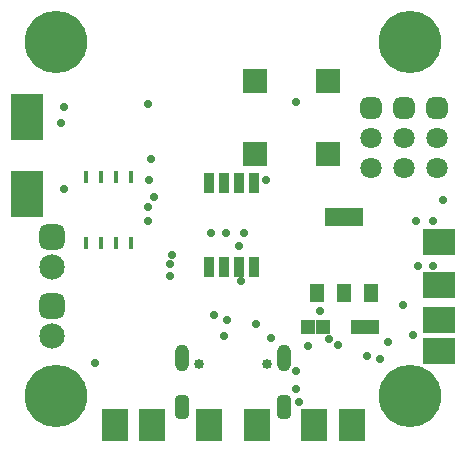
<source format=gbs>
G04*
G04 #@! TF.GenerationSoftware,Altium Limited,Altium Designer,24.1.2 (44)*
G04*
G04 Layer_Color=16711935*
%FSLAX25Y25*%
%MOIN*%
G70*
G04*
G04 #@! TF.SameCoordinates,BB4A674F-8819-4941-915F-785A2CCA7B01*
G04*
G04*
G04 #@! TF.FilePolarity,Negative*
G04*
G01*
G75*
%ADD44R,0.04540X0.04540*%
G04:AMPARAMS|DCode=50|XSize=78.87mil|YSize=47.37mil|CornerRadius=13.84mil|HoleSize=0mil|Usage=FLASHONLY|Rotation=90.000|XOffset=0mil|YOffset=0mil|HoleType=Round|Shape=RoundedRectangle|*
%AMROUNDEDRECTD50*
21,1,0.07887,0.01968,0,0,90.0*
21,1,0.05118,0.04737,0,0,90.0*
1,1,0.02769,0.00984,0.02559*
1,1,0.02769,0.00984,-0.02559*
1,1,0.02769,-0.00984,-0.02559*
1,1,0.02769,-0.00984,0.02559*
%
%ADD50ROUNDEDRECTD50*%
%ADD51O,0.04737X0.09068*%
%ADD52C,0.03359*%
G04:AMPARAMS|DCode=53|XSize=84.77mil|YSize=84.77mil|CornerRadius=23.19mil|HoleSize=0mil|Usage=FLASHONLY|Rotation=270.000|XOffset=0mil|YOffset=0mil|HoleType=Round|Shape=RoundedRectangle|*
%AMROUNDEDRECTD53*
21,1,0.08477,0.03839,0,0,270.0*
21,1,0.03839,0.08477,0,0,270.0*
1,1,0.04639,-0.01919,-0.01919*
1,1,0.04639,-0.01919,0.01919*
1,1,0.04639,0.01919,0.01919*
1,1,0.04639,0.01919,-0.01919*
%
%ADD53ROUNDEDRECTD53*%
%ADD54C,0.08477*%
G04:AMPARAMS|DCode=55|XSize=70.99mil|YSize=70.99mil|CornerRadius=19.75mil|HoleSize=0mil|Usage=FLASHONLY|Rotation=270.000|XOffset=0mil|YOffset=0mil|HoleType=Round|Shape=RoundedRectangle|*
%AMROUNDEDRECTD55*
21,1,0.07099,0.03150,0,0,270.0*
21,1,0.03150,0.07099,0,0,270.0*
1,1,0.03950,-0.01575,-0.01575*
1,1,0.03950,-0.01575,0.01575*
1,1,0.03950,0.01575,0.01575*
1,1,0.03950,0.01575,-0.01575*
%
%ADD55ROUNDEDRECTD55*%
%ADD56C,0.07099*%
%ADD57C,0.20800*%
%ADD58C,0.02800*%
%ADD74R,0.12992X0.05906*%
%ADD75R,0.04724X0.05906*%
%ADD76R,0.01800X0.04400*%
%ADD81R,0.10800X0.08800*%
%ADD82R,0.07887X0.07887*%
%ADD83R,0.08800X0.10800*%
%ADD84R,0.10800X0.15800*%
%ADD85R,0.03359X0.07099*%
D44*
X115539Y38000D02*
D03*
X120461D02*
D03*
X99039D02*
D03*
X103961D02*
D03*
D50*
X56992Y11319D02*
D03*
X91008D02*
D03*
D51*
X56992Y27776D02*
D03*
X91008D02*
D03*
D52*
X85378Y25807D02*
D03*
X62622D02*
D03*
D53*
X13681Y45000D02*
D03*
Y68000D02*
D03*
D54*
Y35000D02*
D03*
Y58000D02*
D03*
D55*
X142000Y111000D02*
D03*
X120000D02*
D03*
X131000D02*
D03*
D56*
X142000Y101000D02*
D03*
Y91000D02*
D03*
X120000D02*
D03*
Y101000D02*
D03*
X131000Y91000D02*
D03*
Y101000D02*
D03*
D57*
X133000Y15000D02*
D03*
Y133000D02*
D03*
X15000Y15000D02*
D03*
Y133000D02*
D03*
D58*
X134000Y35500D02*
D03*
X130500Y45500D02*
D03*
X125500Y33000D02*
D03*
X123000Y27500D02*
D03*
X53500Y62000D02*
D03*
X45500Y73500D02*
D03*
Y78000D02*
D03*
X47500Y81500D02*
D03*
X53000Y55000D02*
D03*
Y59000D02*
D03*
X96000Y13000D02*
D03*
X86500Y34500D02*
D03*
X67500Y42000D02*
D03*
X95000Y113000D02*
D03*
X76000Y65000D02*
D03*
X17500Y84000D02*
D03*
X45500Y112500D02*
D03*
X17500Y111500D02*
D03*
X16500Y106000D02*
D03*
X85000Y87000D02*
D03*
X28000Y26000D02*
D03*
X81500Y39000D02*
D03*
X106000Y34000D02*
D03*
X103000Y43500D02*
D03*
X118500Y28500D02*
D03*
X135000Y73500D02*
D03*
X140500D02*
D03*
X144000Y80500D02*
D03*
X135520Y58480D02*
D03*
X140500Y58500D02*
D03*
X71500Y69500D02*
D03*
X99000Y31606D02*
D03*
X95000Y23500D02*
D03*
Y17500D02*
D03*
X46500Y94000D02*
D03*
X46000Y87000D02*
D03*
X76500Y53500D02*
D03*
X77500Y69500D02*
D03*
X66500D02*
D03*
X109000Y32000D02*
D03*
X71000Y35000D02*
D03*
X72000Y40500D02*
D03*
D74*
X111000Y74697D02*
D03*
D75*
X101945Y49500D02*
D03*
X111000D02*
D03*
X120055D02*
D03*
D76*
X25000Y88000D02*
D03*
X30000D02*
D03*
X35000D02*
D03*
X40000D02*
D03*
Y66000D02*
D03*
X35000D02*
D03*
X30000D02*
D03*
X25000D02*
D03*
D81*
X142500Y30000D02*
D03*
Y66500D02*
D03*
Y52000D02*
D03*
Y40500D02*
D03*
D82*
X105606Y95894D02*
D03*
Y120106D02*
D03*
X81394D02*
D03*
Y95894D02*
D03*
D83*
X101000Y5400D02*
D03*
X113500D02*
D03*
X82000D02*
D03*
X66000D02*
D03*
X47000D02*
D03*
X34500D02*
D03*
D84*
X5400Y108000D02*
D03*
Y82500D02*
D03*
D85*
X81000Y58024D02*
D03*
X76000D02*
D03*
X71000D02*
D03*
X66000D02*
D03*
Y85976D02*
D03*
X71000D02*
D03*
X76000D02*
D03*
X81000D02*
D03*
M02*

</source>
